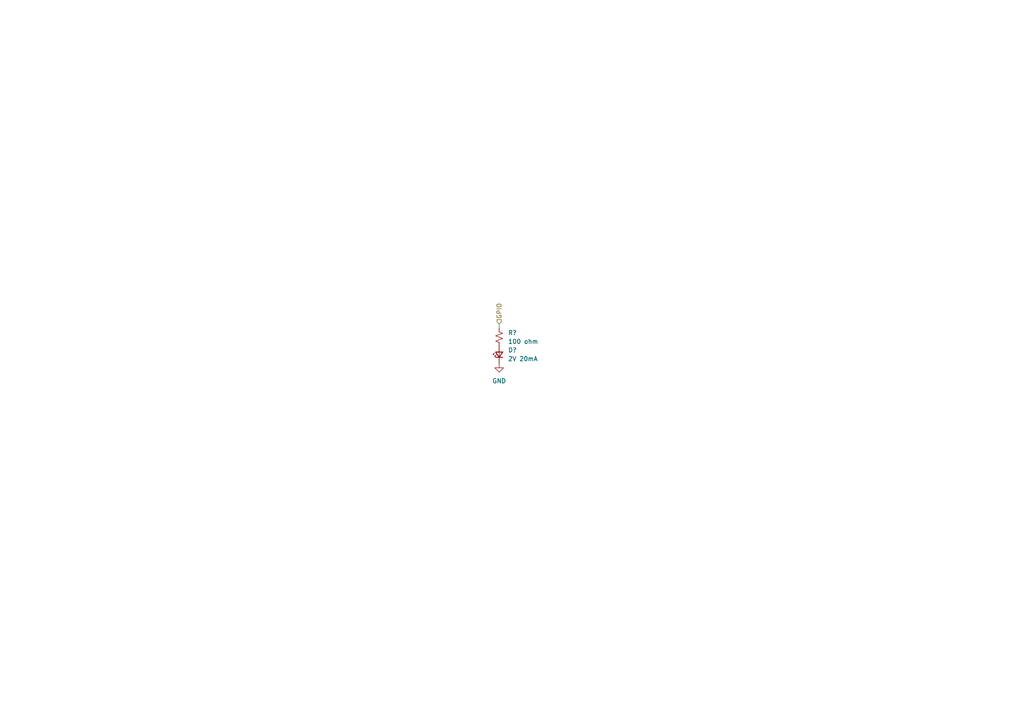
<source format=kicad_sch>
(kicad_sch (version 20230121) (generator eeschema)

  (uuid d25ebb37-f7c6-40d2-a198-62246645e88b)

  (paper "A4")

  (title_block
    (title "Mouse Potato")
    (date "2024-01-16")
    (rev "1.1.0")
    (company "UCLA Micromouse 2023-24 Team 2")
  )

  (lib_symbols
    (symbol "Device:LED_Small" (pin_numbers hide) (pin_names (offset 0.254) hide) (in_bom yes) (on_board yes)
      (property "Reference" "D" (at -1.27 3.175 0)
        (effects (font (size 1.27 1.27)) (justify left))
      )
      (property "Value" "LED_Small" (at -4.445 -2.54 0)
        (effects (font (size 1.27 1.27)) (justify left))
      )
      (property "Footprint" "" (at 0 0 90)
        (effects (font (size 1.27 1.27)) hide)
      )
      (property "Datasheet" "~" (at 0 0 90)
        (effects (font (size 1.27 1.27)) hide)
      )
      (property "ki_keywords" "LED diode light-emitting-diode" (at 0 0 0)
        (effects (font (size 1.27 1.27)) hide)
      )
      (property "ki_description" "Light emitting diode, small symbol" (at 0 0 0)
        (effects (font (size 1.27 1.27)) hide)
      )
      (property "ki_fp_filters" "LED* LED_SMD:* LED_THT:*" (at 0 0 0)
        (effects (font (size 1.27 1.27)) hide)
      )
      (symbol "LED_Small_0_1"
        (polyline
          (pts
            (xy -0.762 -1.016)
            (xy -0.762 1.016)
          )
          (stroke (width 0.254) (type default))
          (fill (type none))
        )
        (polyline
          (pts
            (xy 1.016 0)
            (xy -0.762 0)
          )
          (stroke (width 0) (type default))
          (fill (type none))
        )
        (polyline
          (pts
            (xy 0.762 -1.016)
            (xy -0.762 0)
            (xy 0.762 1.016)
            (xy 0.762 -1.016)
          )
          (stroke (width 0.254) (type default))
          (fill (type none))
        )
        (polyline
          (pts
            (xy 0 0.762)
            (xy -0.508 1.27)
            (xy -0.254 1.27)
            (xy -0.508 1.27)
            (xy -0.508 1.016)
          )
          (stroke (width 0) (type default))
          (fill (type none))
        )
        (polyline
          (pts
            (xy 0.508 1.27)
            (xy 0 1.778)
            (xy 0.254 1.778)
            (xy 0 1.778)
            (xy 0 1.524)
          )
          (stroke (width 0) (type default))
          (fill (type none))
        )
      )
      (symbol "LED_Small_1_1"
        (pin passive line (at -2.54 0 0) (length 1.778)
          (name "K" (effects (font (size 1.27 1.27))))
          (number "1" (effects (font (size 1.27 1.27))))
        )
        (pin passive line (at 2.54 0 180) (length 1.778)
          (name "A" (effects (font (size 1.27 1.27))))
          (number "2" (effects (font (size 1.27 1.27))))
        )
      )
    )
    (symbol "Device:R_Small_US" (pin_numbers hide) (pin_names (offset 0.254) hide) (in_bom yes) (on_board yes)
      (property "Reference" "R" (at 0.762 0.508 0)
        (effects (font (size 1.27 1.27)) (justify left))
      )
      (property "Value" "R_Small_US" (at 0.762 -1.016 0)
        (effects (font (size 1.27 1.27)) (justify left))
      )
      (property "Footprint" "" (at 0 0 0)
        (effects (font (size 1.27 1.27)) hide)
      )
      (property "Datasheet" "~" (at 0 0 0)
        (effects (font (size 1.27 1.27)) hide)
      )
      (property "ki_keywords" "r resistor" (at 0 0 0)
        (effects (font (size 1.27 1.27)) hide)
      )
      (property "ki_description" "Resistor, small US symbol" (at 0 0 0)
        (effects (font (size 1.27 1.27)) hide)
      )
      (property "ki_fp_filters" "R_*" (at 0 0 0)
        (effects (font (size 1.27 1.27)) hide)
      )
      (symbol "R_Small_US_1_1"
        (polyline
          (pts
            (xy 0 0)
            (xy 1.016 -0.381)
            (xy 0 -0.762)
            (xy -1.016 -1.143)
            (xy 0 -1.524)
          )
          (stroke (width 0) (type default))
          (fill (type none))
        )
        (polyline
          (pts
            (xy 0 1.524)
            (xy 1.016 1.143)
            (xy 0 0.762)
            (xy -1.016 0.381)
            (xy 0 0)
          )
          (stroke (width 0) (type default))
          (fill (type none))
        )
        (pin passive line (at 0 2.54 270) (length 1.016)
          (name "~" (effects (font (size 1.27 1.27))))
          (number "1" (effects (font (size 1.27 1.27))))
        )
        (pin passive line (at 0 -2.54 90) (length 1.016)
          (name "~" (effects (font (size 1.27 1.27))))
          (number "2" (effects (font (size 1.27 1.27))))
        )
      )
    )
    (symbol "power:GND" (power) (pin_names (offset 0)) (in_bom yes) (on_board yes)
      (property "Reference" "#PWR" (at 0 -6.35 0)
        (effects (font (size 1.27 1.27)) hide)
      )
      (property "Value" "GND" (at 0 -3.81 0)
        (effects (font (size 1.27 1.27)))
      )
      (property "Footprint" "" (at 0 0 0)
        (effects (font (size 1.27 1.27)) hide)
      )
      (property "Datasheet" "" (at 0 0 0)
        (effects (font (size 1.27 1.27)) hide)
      )
      (property "ki_keywords" "global power" (at 0 0 0)
        (effects (font (size 1.27 1.27)) hide)
      )
      (property "ki_description" "Power symbol creates a global label with name \"GND\" , ground" (at 0 0 0)
        (effects (font (size 1.27 1.27)) hide)
      )
      (symbol "GND_0_1"
        (polyline
          (pts
            (xy 0 0)
            (xy 0 -1.27)
            (xy 1.27 -1.27)
            (xy 0 -2.54)
            (xy -1.27 -1.27)
            (xy 0 -1.27)
          )
          (stroke (width 0) (type default))
          (fill (type none))
        )
      )
      (symbol "GND_1_1"
        (pin power_in line (at 0 0 270) (length 0) hide
          (name "GND" (effects (font (size 1.27 1.27))))
          (number "1" (effects (font (size 1.27 1.27))))
        )
      )
    )
  )


  (wire (pts (xy 144.78 93.98) (xy 144.78 95.25))
    (stroke (width 0) (type default))
    (uuid 28382f3f-7038-4b82-bc31-867bfd62565a)
  )

  (hierarchical_label "GPIO" (shape input) (at 144.78 93.98 90) (fields_autoplaced)
    (effects (font (size 1.27 1.27)) (justify left))
    (uuid feba912a-192c-433b-a141-4b53a7633f18)
  )

  (symbol (lib_id "power:GND") (at 144.78 105.41 0) (unit 1)
    (in_bom yes) (on_board yes) (dnp no) (fields_autoplaced)
    (uuid 11ddaff9-496f-40f3-87dd-02de3937ed82)
    (property "Reference" "#PWR?" (at 144.78 111.76 0)
      (effects (font (size 1.27 1.27)) hide)
    )
    (property "Value" "GND" (at 144.78 110.49 0)
      (effects (font (size 1.27 1.27)))
    )
    (property "Footprint" "" (at 144.78 105.41 0)
      (effects (font (size 1.27 1.27)) hide)
    )
    (property "Datasheet" "" (at 144.78 105.41 0)
      (effects (font (size 1.27 1.27)) hide)
    )
    (pin "1" (uuid f4834676-70b2-42c4-9828-d9a9c9420397))
    (instances
      (project "micromouse"
        (path "/77cbf270-6b61-4f1a-b1cd-1a823bc4a9d0"
          (reference "#PWR?") (unit 1)
        )
        (path "/77cbf270-6b61-4f1a-b1cd-1a823bc4a9d0/22fc5943-d35f-4cae-bd7a-e9c2d3f0acc0"
          (reference "#PWR039") (unit 1)
        )
        (path "/77cbf270-6b61-4f1a-b1cd-1a823bc4a9d0/c4f0a74e-3ee2-4c6f-8c2d-57efc1193865"
          (reference "#PWR047") (unit 1)
        )
      )
    )
  )

  (symbol (lib_id "Device:R_Small_US") (at 144.78 97.79 180) (unit 1)
    (in_bom yes) (on_board yes) (dnp no) (fields_autoplaced)
    (uuid 72f44d8a-2a0b-4c99-b263-7fe9fc970430)
    (property "Reference" "R?" (at 147.32 96.52 0)
      (effects (font (size 1.27 1.27)) (justify right))
    )
    (property "Value" "100 ohm" (at 147.32 99.06 0)
      (effects (font (size 1.27 1.27)) (justify right))
    )
    (property "Footprint" "Resistor_SMD:R_0603_1608Metric" (at 144.78 97.79 0)
      (effects (font (size 1.27 1.27)) hide)
    )
    (property "Datasheet" "~" (at 144.78 97.79 0)
      (effects (font (size 1.27 1.27)) hide)
    )
    (pin "2" (uuid 3ce60ef7-696e-446b-8aa6-b10227d63f91))
    (pin "1" (uuid 94a1c1a3-dc3f-41f6-a2f9-52bbc8fe0158))
    (instances
      (project "temp"
        (path "/4ab6c597-c995-4ded-b4e9-3fe49657a9f7"
          (reference "R?") (unit 1)
        )
      )
      (project "micromouse"
        (path "/77cbf270-6b61-4f1a-b1cd-1a823bc4a9d0"
          (reference "R?") (unit 1)
        )
        (path "/77cbf270-6b61-4f1a-b1cd-1a823bc4a9d0/cf9a1018-f024-4f3e-aaf6-05bf8a1e7d4b"
          (reference "R?") (unit 1)
        )
        (path "/77cbf270-6b61-4f1a-b1cd-1a823bc4a9d0/22fc5943-d35f-4cae-bd7a-e9c2d3f0acc0"
          (reference "R1") (unit 1)
        )
        (path "/77cbf270-6b61-4f1a-b1cd-1a823bc4a9d0/c4f0a74e-3ee2-4c6f-8c2d-57efc1193865"
          (reference "R3") (unit 1)
        )
      )
    )
  )

  (symbol (lib_id "Device:LED_Small") (at 144.78 102.87 90) (unit 1)
    (in_bom yes) (on_board yes) (dnp no) (fields_autoplaced)
    (uuid 854f795f-f99a-4b15-9b71-6ad3caf4d88c)
    (property "Reference" "D?" (at 147.32 101.5365 90)
      (effects (font (size 1.27 1.27)) (justify right))
    )
    (property "Value" "2V 20mA" (at 147.32 104.0765 90)
      (effects (font (size 1.27 1.27)) (justify right))
    )
    (property "Footprint" "LED_SMD:LED_0603_1608Metric" (at 144.78 102.87 90)
      (effects (font (size 1.27 1.27)) hide)
    )
    (property "Datasheet" "~" (at 144.78 102.87 90)
      (effects (font (size 1.27 1.27)) hide)
    )
    (pin "2" (uuid 42a348e6-635c-4fe2-bdd9-afcbc9dd9d1e))
    (pin "1" (uuid fbfe253c-8d64-48e1-a7ca-e9d807db9655))
    (instances
      (project "micromouse"
        (path "/77cbf270-6b61-4f1a-b1cd-1a823bc4a9d0"
          (reference "D?") (unit 1)
        )
        (path "/77cbf270-6b61-4f1a-b1cd-1a823bc4a9d0/22fc5943-d35f-4cae-bd7a-e9c2d3f0acc0"
          (reference "D1") (unit 1)
        )
        (path "/77cbf270-6b61-4f1a-b1cd-1a823bc4a9d0/c4f0a74e-3ee2-4c6f-8c2d-57efc1193865"
          (reference "D2") (unit 1)
        )
      )
    )
  )
)

</source>
